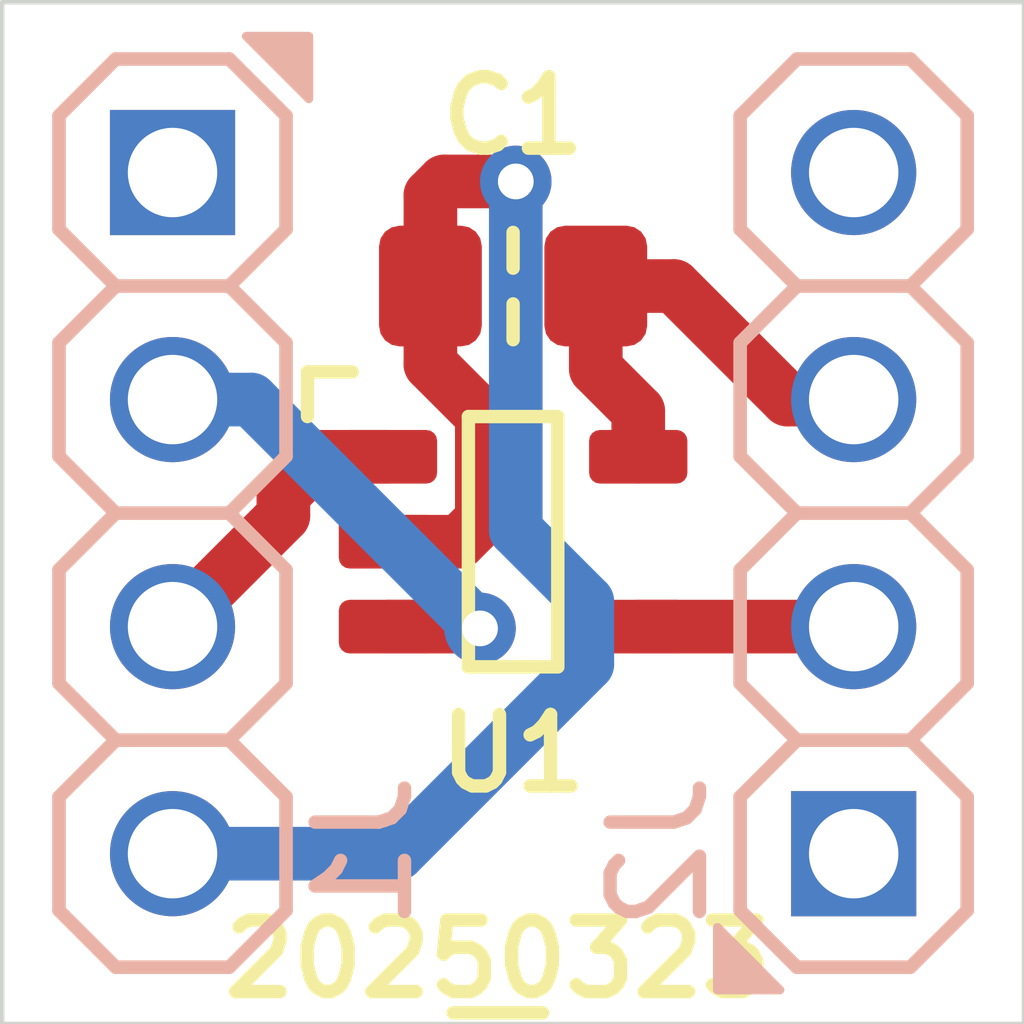
<source format=kicad_pcb>
(kicad_pcb (version 20240108) (generator "pcbnew") (generator_version "8.0")
  (layers (0 "F.Cu" mixed) (31 "B.Cu" mixed) (34 "B.Paste" user) (35 "F.Paste" user) (36 "B.SilkS" user "B.Silkscreen") (37 "F.SilkS" user "F.Silkscreen") (38 "B.Mask" user) (39 "F.Mask" user) (44 "Edge.Cuts" user))
  (net 0 "")
  (net 1 "/V-")
  (net 2 "/V+")
  (net 3 "/-IN")
  (net 5 "/+IN")
  (net 7 "/OUT")
  (footprint "SquantorLabels:Label_Generic" (layer "F.Cu") (at 128.1 59.6)
    (property "Reference" "N1" (hide yes))
    (property "Value" "20250323" (at 0 0 0) (layer "F.SilkS") (effects (font (size 0.8 0.8))))
    (fp_line (start -0.5 0.6) (end 0.5 0.6) (stroke (width 0.15)) (layer "F.SilkS"))
  )
  (footprint "SquantorCapacitor:C_0805+0603" (layer "F.Cu") (at 128.27 52.07)
    (property "Reference" "C1" (at 0 -1.905 0) (layer "F.SilkS") (effects (font (size 0.8 0.8))))
    (property "Value" "1uF")
    (fp_line (start 0 -0.6) (end 0 -0.2) (stroke (width 0.15)) (layer "F.SilkS"))
    (fp_line (start 0 0.6) (end 0 0.2) (stroke (width 0.15)) (layer "F.SilkS"))
    (pad "1" smd roundrect (at -0.925 0) (size 1.15 1.35) (layers "F.Cu" "F.Paste" "F.Mask") (roundrect_rratio 0.2) (net 1 "/V-"))
    (pad "2" smd roundrect (at 0.925 0) (size 1.15 1.35) (layers "F.Cu" "F.Paste" "F.Mask") (roundrect_rratio 0.2) (net 2 "/V+"))
  )
  (footprint "SquantorIC:SOT23-5-Microchip-OT" (layer "F.Cu") (at 128.27 54.93)
    (property "Reference" "U1" (at 0 2.37 0) (layer "F.SilkS") (effects (font (size 0.8 0.8))))
    (property "Value" "~")
    (fp_line (start -2.3 -1.9) (end -2.3 -1.4) (stroke (width 0.15)) (layer "F.SilkS"))
    (fp_line (start -2.3 -1.9) (end -1.8 -1.9) (stroke (width 0.15)) (layer "F.SilkS"))
    (fp_line (start -0.5 -1.4) (end 0.5 -1.4) (stroke (width 0.15)) (layer "F.SilkS"))
    (fp_line (start -0.5 1.4) (end -0.5 -1.4) (stroke (width 0.15)) (layer "F.SilkS"))
    (fp_line (start 0.5 -1.4) (end 0.5 1.4) (stroke (width 0.15)) (layer "F.SilkS"))
    (fp_line (start 0.5 1.4) (end -0.5 1.4) (stroke (width 0.15)) (layer "F.SilkS"))
    (pad "1" smd roundrect (at -1.4 -0.95 270) (size 0.6 1.1) (layers "F.Cu" "F.Paste" "F.Mask") (roundrect_rratio 0.2) (net 5 "/+IN"))
    (pad "2" smd roundrect (at -1.4 0 270) (size 0.6 1.1) (layers "F.Cu" "F.Paste" "F.Mask") (roundrect_rratio 0.2) (net 1 "/V-"))
    (pad "3" smd roundrect (at -1.4 0.95 270) (size 0.6 1.1) (layers "F.Cu" "F.Paste" "F.Mask") (roundrect_rratio 0.2) (net 3 "/-IN"))
    (pad "4" smd roundrect (at 1.4 0.95 270) (size 0.6 1.1) (layers "F.Cu" "F.Paste" "F.Mask") (roundrect_rratio 0.2) (net 7 "/OUT"))
    (pad "5" smd roundrect (at 1.4 -0.95 270) (size 0.6 1.1) (layers "F.Cu" "F.Paste" "F.Mask") (roundrect_rratio 0.2) (net 2 "/V+"))
  )
  (footprint "SquantorConnectors:Header-0254-1X04-H010" (layer "B.Cu") (at 132.08 54.61 90)
    (property "Reference" "J2" (at -3.79 -2.18 90) (layer "B.SilkS") (effects (justify mirror)))
    (property "Value" "Conn_01x04")
    (fp_line (start 4.445 -1.27) (end 5.08 -0.635) (stroke (width 0.1524)) (layer "B.SilkS"))
    (fp_line (start 3.175 -1.27) (end 4.445 -1.27) (stroke (width 0.1524)) (layer "B.SilkS"))
    (fp_line (start 3.175 -1.27) (end 2.54 -0.635) (stroke (width 0.1524)) (layer "B.SilkS"))
    (fp_line (start 1.905 -1.27) (end 2.54 -0.635) (stroke (width 0.1524)) (layer "B.SilkS"))
    (fp_line (start 0.635 -1.27) (end 1.905 -1.27) (stroke (width 0.1524)) (layer "B.SilkS"))
    (fp_line (start -0.635 -1.27) (end 0 -0.635) (stroke (width 0.1524)) (layer "B.SilkS"))
    (fp_line (start -1.905 -1.27) (end -0.635 -1.27) (stroke (width 0.1524)) (layer "B.SilkS"))
    (fp_line (start -3.175 -1.27) (end -2.54 -0.635) (stroke (width 0.1524)) (layer "B.SilkS"))
    (fp_line (start -4.445 -1.27) (end -3.175 -1.27) (stroke (width 0.1524)) (layer "B.SilkS"))
    (fp_line (start -4.445 -1.27) (end -5.08 -0.635) (stroke (width 0.1524)) (layer "B.SilkS"))
    (fp_line (start 5.08 -0.635) (end 5.08 0.635) (stroke (width 0.1524)) (layer "B.SilkS"))
    (fp_line (start 2.54 -0.635) (end 2.54 0.635) (stroke (width 0.1524)) (layer "B.SilkS"))
    (fp_line (start 0 -0.635) (end 0.635 -1.27) (stroke (width 0.1524)) (layer "B.SilkS"))
    (fp_line (start 0 -0.635) (end 0 0.635) (stroke (width 0.1524)) (layer "B.SilkS"))
    (fp_line (start -2.54 -0.635) (end -1.905 -1.27) (stroke (width 0.1524)) (layer "B.SilkS"))
    (fp_line (start -2.54 -0.635) (end -2.54 0.635) (stroke (width 0.1524)) (layer "B.SilkS"))
    (fp_line (start -5.08 -0.635) (end -5.08 0.635) (stroke (width 0.1524)) (layer "B.SilkS"))
    (fp_line (start 5.08 0.635) (end 4.445 1.27) (stroke (width 0.1524)) (layer "B.SilkS"))
    (fp_line (start 2.54 0.635) (end 3.175 1.27) (stroke (width 0.1524)) (layer "B.SilkS"))
    (fp_line (start 2.54 0.635) (end 1.905 1.27) (stroke (width 0.1524)) (layer "B.SilkS"))
    (fp_line (start 0 0.635) (end -0.635 1.27) (stroke (width 0.1524)) (layer "B.SilkS"))
    (fp_line (start -2.54 0.635) (end -3.175 1.27) (stroke (width 0.1524)) (layer "B.SilkS"))
    (fp_line (start -5.08 0.635) (end -4.445 1.27) (stroke (width 0.1524)) (layer "B.SilkS"))
    (fp_line (start 4.445 1.27) (end 3.175 1.27) (stroke (width 0.1524)) (layer "B.SilkS"))
    (fp_line (start 1.905 1.27) (end 0.635 1.27) (stroke (width 0.1524)) (layer "B.SilkS"))
    (fp_line (start 0.635 1.27) (end 0 0.635) (stroke (width 0.1524)) (layer "B.SilkS"))
    (fp_line (start -0.635 1.27) (end -1.905 1.27) (stroke (width 0.1524)) (layer "B.SilkS"))
    (fp_line (start -1.905 1.27) (end -2.54 0.635) (stroke (width 0.1524)) (layer "B.SilkS"))
    (fp_line (start -3.175 1.27) (end -4.445 1.27) (stroke (width 0.1524)) (layer "B.SilkS"))
    (fp_poly (pts (xy -5.334 -0.8255) (xy -5.334 -1.524) (xy -4.6355 -1.524)) (stroke (width 0.1)) (fill solid) (layer "B.SilkS"))
    (pad "1" thru_hole rect (at -3.81 0 270) (size 1.4 1.4) (drill 1) (layers "*.Cu" "*.Mask" "In1.Cu" "In2.Cu" "In3.Cu" "In4.Cu" "In5.Cu" "In6.Cu" "In7.Cu" "In8.Cu" "In9.Cu" "In10.Cu" "In11.Cu" "In12.Cu" "In13.Cu" "In14.Cu" "In15.Cu" "In16.Cu" "In17.Cu" "In18.Cu" "In19.Cu" "In20.Cu" "In21.Cu" "In22.Cu" "In23.Cu" "In24.Cu" "In25.Cu" "In26.Cu" "In27.Cu" "In28.Cu" "In29.Cu" "In30.Cu"))
    (pad "2" thru_hole circle (at -1.27 0 270) (size 1.4 1.4) (drill 1) (layers "*.Cu" "*.Mask" "In1.Cu" "In2.Cu" "In3.Cu" "In4.Cu" "In5.Cu" "In6.Cu" "In7.Cu" "In8.Cu" "In9.Cu" "In10.Cu" "In11.Cu" "In12.Cu" "In13.Cu" "In14.Cu" "In15.Cu" "In16.Cu" "In17.Cu" "In18.Cu" "In19.Cu" "In20.Cu" "In21.Cu" "In22.Cu" "In23.Cu" "In24.Cu" "In25.Cu" "In26.Cu" "In27.Cu" "In28.Cu" "In29.Cu" "In30.Cu") (net 7 "/OUT"))
    (pad "3" thru_hole circle (at 1.27 0 270) (size 1.4 1.4) (drill 1) (layers "*.Cu" "*.Mask" "In1.Cu" "In2.Cu" "In3.Cu" "In4.Cu" "In5.Cu" "In6.Cu" "In7.Cu" "In8.Cu" "In9.Cu" "In10.Cu" "In11.Cu" "In12.Cu" "In13.Cu" "In14.Cu" "In15.Cu" "In16.Cu" "In17.Cu" "In18.Cu" "In19.Cu" "In20.Cu" "In21.Cu" "In22.Cu" "In23.Cu" "In24.Cu" "In25.Cu" "In26.Cu" "In27.Cu" "In28.Cu" "In29.Cu" "In30.Cu") (net 2 "/V+"))
    (pad "4" thru_hole circle (at 3.81 0 270) (size 1.4 1.4) (drill 1) (layers "*.Cu" "*.Mask" "In1.Cu" "In2.Cu" "In3.Cu" "In4.Cu" "In5.Cu" "In6.Cu" "In7.Cu" "In8.Cu" "In9.Cu" "In10.Cu" "In11.Cu" "In12.Cu" "In13.Cu" "In14.Cu" "In15.Cu" "In16.Cu" "In17.Cu" "In18.Cu" "In19.Cu" "In20.Cu" "In21.Cu" "In22.Cu" "In23.Cu" "In24.Cu" "In25.Cu" "In26.Cu" "In27.Cu" "In28.Cu" "In29.Cu" "In30.Cu"))
  )
  (footprint "SquantorConnectors:Header-0254-1X04-H010" (layer "B.Cu") (at 124.46 54.61 -90)
    (property "Reference" "J1" (at 3.79 -2.14 90) (layer "B.SilkS") (effects (justify mirror)))
    (property "Value" "Conn_01x04")
    (fp_line (start -3.175 1.27) (end -4.445 1.27) (stroke (width 0.1524)) (layer "B.SilkS"))
    (fp_line (start -1.905 1.27) (end -2.54 0.635) (stroke (width 0.1524)) (layer "B.SilkS"))
    (fp_line (start -0.635 1.27) (end -1.905 1.27) (stroke (width 0.1524)) (layer "B.SilkS"))
    (fp_line (start 0.635 1.27) (end 0 0.635) (stroke (width 0.1524)) (layer "B.SilkS"))
    (fp_line (start 1.905 1.27) (end 0.635 1.27) (stroke (width 0.1524)) (layer "B.SilkS"))
    (fp_line (start 4.445 1.27) (end 3.175 1.27) (stroke (width 0.1524)) (layer "B.SilkS"))
    (fp_line (start -5.08 0.635) (end -4.445 1.27) (stroke (width 0.1524)) (layer "B.SilkS"))
    (fp_line (start -2.54 0.635) (end -3.175 1.27) (stroke (width 0.1524)) (layer "B.SilkS"))
    (fp_line (start 0 0.635) (end -0.635 1.27) (stroke (width 0.1524)) (layer "B.SilkS"))
    (fp_line (start 2.54 0.635) (end 1.905 1.27) (stroke (width 0.1524)) (layer "B.SilkS"))
    (fp_line (start 2.54 0.635) (end 3.175 1.27) (stroke (width 0.1524)) (layer "B.SilkS"))
    (fp_line (start 5.08 0.635) (end 4.445 1.27) (stroke (width 0.1524)) (layer "B.SilkS"))
    (fp_line (start -5.08 -0.635) (end -5.08 0.635) (stroke (width 0.1524)) (layer "B.SilkS"))
    (fp_line (start -2.54 -0.635) (end -2.54 0.635) (stroke (width 0.1524)) (layer "B.SilkS"))
    (fp_line (start -2.54 -0.635) (end -1.905 -1.27) (stroke (width 0.1524)) (layer "B.SilkS"))
    (fp_line (start 0 -0.635) (end 0 0.635) (stroke (width 0.1524)) (layer "B.SilkS"))
    (fp_line (start 0 -0.635) (end 0.635 -1.27) (stroke (width 0.1524)) (layer "B.SilkS"))
    (fp_line (start 2.54 -0.635) (end 2.54 0.635) (stroke (width 0.1524)) (layer "B.SilkS"))
    (fp_line (start 5.08 -0.635) (end 5.08 0.635) (stroke (width 0.1524)) (layer "B.SilkS"))
    (fp_line (start -4.445 -1.27) (end -5.08 -0.635) (stroke (width 0.1524)) (layer "B.SilkS"))
    (fp_line (start -4.445 -1.27) (end -3.175 -1.27) (stroke (width 0.1524)) (layer "B.SilkS"))
    (fp_line (start -3.175 -1.27) (end -2.54 -0.635) (stroke (width 0.1524)) (layer "B.SilkS"))
    (fp_line (start -1.905 -1.27) (end -0.635 -1.27) (stroke (width 0.1524)) (layer "B.SilkS"))
    (fp_line (start -0.635 -1.27) (end 0 -0.635) (stroke (width 0.1524)) (layer "B.SilkS"))
    (fp_line (start 0.635 -1.27) (end 1.905 -1.27) (stroke (width 0.1524)) (layer "B.SilkS"))
    (fp_line (start 1.905 -1.27) (end 2.54 -0.635) (stroke (width 0.1524)) (layer "B.SilkS"))
    (fp_line (start 3.175 -1.27) (end 2.54 -0.635) (stroke (width 0.1524)) (layer "B.SilkS"))
    (fp_line (start 3.175 -1.27) (end 4.445 -1.27) (stroke (width 0.1524)) (layer "B.SilkS"))
    (fp_line (start 4.445 -1.27) (end 5.08 -0.635) (stroke (width 0.1524)) (layer "B.SilkS"))
    (fp_poly (pts (xy -5.334 -0.8255) (xy -5.334 -1.524) (xy -4.6355 -1.524)) (stroke (width 0.1)) (fill solid) (layer "B.SilkS"))
    (pad "1" thru_hole rect (at -3.81 0 90) (size 1.4 1.4) (drill 1) (layers "*.Cu" "*.Mask" "In1.Cu" "In2.Cu" "In3.Cu" "In4.Cu" "In5.Cu" "In6.Cu" "In7.Cu" "In8.Cu" "In9.Cu" "In10.Cu" "In11.Cu" "In12.Cu" "In13.Cu" "In14.Cu" "In15.Cu" "In16.Cu" "In17.Cu" "In18.Cu" "In19.Cu" "In20.Cu" "In21.Cu" "In22.Cu" "In23.Cu" "In24.Cu" "In25.Cu" "In26.Cu" "In27.Cu" "In28.Cu" "In29.Cu" "In30.Cu"))
    (pad "2" thru_hole circle (at -1.27 0 90) (size 1.4 1.4) (drill 1) (layers "*.Cu" "*.Mask" "In1.Cu" "In2.Cu" "In3.Cu" "In4.Cu" "In5.Cu" "In6.Cu" "In7.Cu" "In8.Cu" "In9.Cu" "In10.Cu" "In11.Cu" "In12.Cu" "In13.Cu" "In14.Cu" "In15.Cu" "In16.Cu" "In17.Cu" "In18.Cu" "In19.Cu" "In20.Cu" "In21.Cu" "In22.Cu" "In23.Cu" "In24.Cu" "In25.Cu" "In26.Cu" "In27.Cu" "In28.Cu" "In29.Cu" "In30.Cu") (net 3 "/-IN"))
    (pad "3" thru_hole circle (at 1.27 0 90) (size 1.4 1.4) (drill 1) (layers "*.Cu" "*.Mask" "In1.Cu" "In2.Cu" "In3.Cu" "In4.Cu" "In5.Cu" "In6.Cu" "In7.Cu" "In8.Cu" "In9.Cu" "In10.Cu" "In11.Cu" "In12.Cu" "In13.Cu" "In14.Cu" "In15.Cu" "In16.Cu" "In17.Cu" "In18.Cu" "In19.Cu" "In20.Cu" "In21.Cu" "In22.Cu" "In23.Cu" "In24.Cu" "In25.Cu" "In26.Cu" "In27.Cu" "In28.Cu" "In29.Cu" "In30.Cu") (net 5 "/+IN"))
    (pad "4" thru_hole circle (at 3.81 0 90) (size 1.4 1.4) (drill 1) (layers "*.Cu" "*.Mask" "In1.Cu" "In2.Cu" "In3.Cu" "In4.Cu" "In5.Cu" "In6.Cu" "In7.Cu" "In8.Cu" "In9.Cu" "In10.Cu" "In11.Cu" "In12.Cu" "In13.Cu" "In14.Cu" "In15.Cu" "In16.Cu" "In17.Cu" "In18.Cu" "In19.Cu" "In20.Cu" "In21.Cu" "In22.Cu" "In23.Cu" "In24.Cu" "In25.Cu" "In26.Cu" "In27.Cu" "In28.Cu" "In29.Cu" "In30.Cu") (net 1 "/V-"))
  )
  (gr_line (start 122.555 60.325) (end 122.555 48.895) (stroke (width 0.05)) (layer "Edge.Cuts"))
  (gr_line (start 133.985 60.325) (end 122.555 60.325) (stroke (width 0.05)) (layer "Edge.Cuts"))
  (gr_line (start 122.555 48.895) (end 133.985 48.895) (stroke (width 0.05)) (layer "Edge.Cuts"))
  (gr_line (start 133.985 48.895) (end 133.985 60.325) (stroke (width 0.05)) (layer "Edge.Cuts"))
  (segment (start 127.345 52.07) (end 127.345 51.055) (width 0.6) (layer "F.Cu") (net 1))
  (segment (start 127.5 50.9) (end 128.3 50.9) (width 0.6) (layer "F.Cu") (net 1))
  (segment (start 126.87 54.93) (end 127.67 54.93) (width 0.6) (layer "F.Cu") (net 1))
  (segment (start 127.345 52.945) (end 127.345 52.07) (width 0.6) (layer "F.Cu") (net 1))
  (segment (start 127.345 51.055) (end 127.5 50.9) (width 0.6) (layer "F.Cu") (net 1))
  (segment (start 127.67 54.93) (end 127.92 54.68) (width 0.6) (layer "F.Cu") (net 1))
  (segment (start 127.92 53.52) (end 127.345 52.945) (width 0.6) (layer "F.Cu") (net 1))
  (segment (start 127.92 54.68) (end 127.92 53.52) (width 0.6) (layer "F.Cu") (net 1))
  (via (at 128.3 50.9) (size 0.8) (drill 0.4) (layers "F.Cu" "B.Cu") (net 1))
  (segment (start 128.3 50.9) (end 128.3 54.8) (width 0.6) (layer "B.Cu") (net 1))
  (segment (start 129.1 55.6) (end 129.1 56.3) (width 0.6) (layer "B.Cu") (net 1))
  (segment (start 128.3 54.8) (end 129.1 55.6) (width 0.6) (layer "B.Cu") (net 1))
  (segment (start 129.1 56.3) (end 126.98 58.42) (width 0.6) (layer "B.Cu") (net 1))
  (segment (start 126.98 58.42) (end 124.46 58.42) (width 0.6) (layer "B.Cu") (net 1))
  (segment (start 130.07 52.07) (end 131.34 53.34) (width 0.6) (layer "F.Cu") (net 2))
  (segment (start 129.67 53.47) (end 129.195 52.995) (width 0.6) (layer "F.Cu") (net 2))
  (segment (start 131.34 53.34) (end 132.08 53.34) (width 0.6) (layer "F.Cu") (net 2))
  (segment (start 129.195 52.07) (end 130.07 52.07) (width 0.6) (layer "F.Cu") (net 2))
  (segment (start 129.67 53.98) (end 129.67 53.47) (width 0.6) (layer "F.Cu") (net 2))
  (segment (start 129.195 52.995) (end 129.195 52.07) (width 0.6) (layer "F.Cu") (net 2))
  (segment (start 127.88 55.88) (end 127.9 55.9) (width 0.6) (layer "F.Cu") (net 3))
  (segment (start 126.87 55.88) (end 127.88 55.88) (width 0.6) (layer "F.Cu") (net 3))
  (via (at 127.9 55.9) (size 0.8) (drill 0.4) (layers "F.Cu" "B.Cu") (net 3))
  (segment (start 127.9 55.9) (end 125.34 53.34) (width 0.6) (layer "B.Cu") (net 3))
  (segment (start 125.34 53.34) (end 124.46 53.34) (width 0.6) (layer "B.Cu") (net 3))
  (segment (start 125.7 54.64) (end 124.46 55.88) (width 0.6) (layer "F.Cu") (net 5))
  (segment (start 125.7 54.4) (end 125.7 54.64) (width 0.6) (layer "F.Cu") (net 5))
  (segment (start 126.12 53.98) (end 125.7 54.4) (width 0.6) (layer "F.Cu") (net 5))
  (segment (start 126.87 53.98) (end 126.12 53.98) (width 0.6) (layer "F.Cu") (net 5))
  (segment (start 129.67 55.88) (end 132.08 55.88) (width 0.6) (layer "F.Cu") (net 7))
)
</source>
